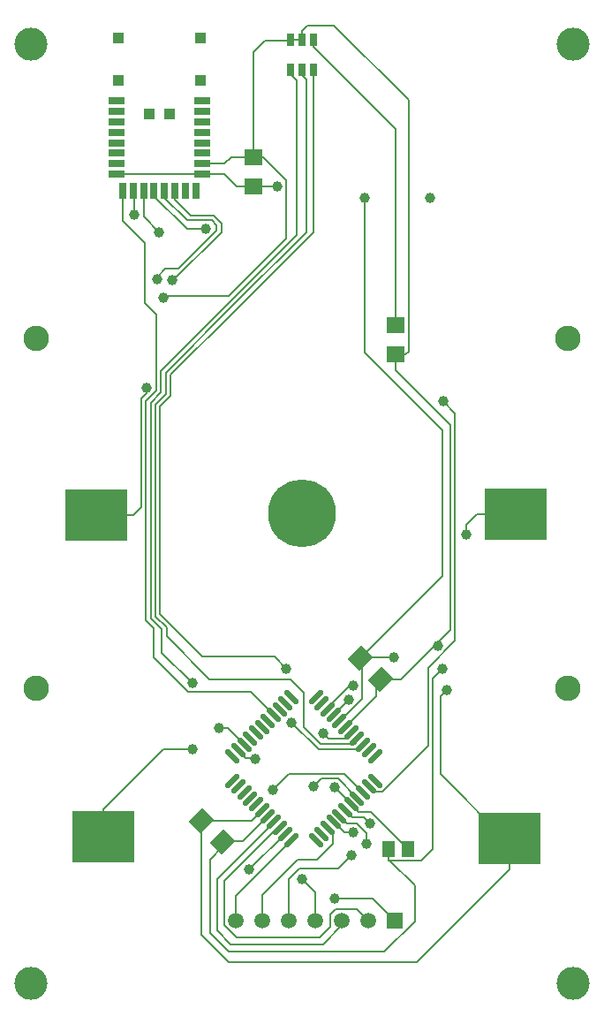
<source format=gtl>
%FSAX24Y24*%
%MOIN*%
G70*
G01*
G75*
G04 Layer_Physical_Order=1*
G04 Layer_Color=255*
G04:AMPARAMS|DCode=10|XSize=24mil|YSize=59.1mil|CornerRadius=0.6mil|HoleSize=0mil|Usage=FLASHONLY|Rotation=90.000|XOffset=0mil|YOffset=0mil|HoleType=Round|Shape=RoundedRectangle|*
%AMROUNDEDRECTD10*
21,1,0.0240,0.0579,0,0,90.0*
21,1,0.0228,0.0591,0,0,90.0*
1,1,0.0012,0.0289,0.0114*
1,1,0.0012,0.0289,-0.0114*
1,1,0.0012,-0.0289,-0.0114*
1,1,0.0012,-0.0289,0.0114*
%
%ADD10ROUNDEDRECTD10*%
G04:AMPARAMS|DCode=11|XSize=24mil|YSize=59.1mil|CornerRadius=0.6mil|HoleSize=0mil|Usage=FLASHONLY|Rotation=0.000|XOffset=0mil|YOffset=0mil|HoleType=Round|Shape=RoundedRectangle|*
%AMROUNDEDRECTD11*
21,1,0.0240,0.0579,0,0,0.0*
21,1,0.0228,0.0591,0,0,0.0*
1,1,0.0012,0.0114,-0.0289*
1,1,0.0012,-0.0114,-0.0289*
1,1,0.0012,-0.0114,0.0289*
1,1,0.0012,0.0114,0.0289*
%
%ADD11ROUNDEDRECTD11*%
%ADD12R,0.2362X0.1969*%
%ADD13R,0.0276X0.0512*%
G04:AMPARAMS|DCode=14|XSize=21.7mil|YSize=68.9mil|CornerRadius=0mil|HoleSize=0mil|Usage=FLASHONLY|Rotation=45.000|XOffset=0mil|YOffset=0mil|HoleType=Round|Shape=Round|*
%AMOVALD14*
21,1,0.0472,0.0217,0.0000,0.0000,135.0*
1,1,0.0217,0.0167,-0.0167*
1,1,0.0217,-0.0167,0.0167*
%
%ADD14OVALD14*%

G04:AMPARAMS|DCode=15|XSize=21.7mil|YSize=68.9mil|CornerRadius=0mil|HoleSize=0mil|Usage=FLASHONLY|Rotation=135.000|XOffset=0mil|YOffset=0mil|HoleType=Round|Shape=Round|*
%AMOVALD15*
21,1,0.0472,0.0217,0.0000,0.0000,225.0*
1,1,0.0217,0.0167,0.0167*
1,1,0.0217,-0.0167,-0.0167*
%
%ADD15OVALD15*%

G04:AMPARAMS|DCode=16|XSize=70.9mil|YSize=63mil|CornerRadius=0mil|HoleSize=0mil|Usage=FLASHONLY|Rotation=225.000|XOffset=0mil|YOffset=0mil|HoleType=Round|Shape=Rectangle|*
%AMROTATEDRECTD16*
4,1,4,0.0028,0.0473,0.0473,0.0028,-0.0028,-0.0473,-0.0473,-0.0028,0.0028,0.0473,0.0*
%
%ADD16ROTATEDRECTD16*%

%ADD17R,0.0709X0.0630*%
%ADD18R,0.0512X0.0591*%
%ADD19C,0.0079*%
%ADD20R,0.0394X0.0394*%
%ADD21C,0.0591*%
%ADD22R,0.0591X0.0591*%
%ADD23C,0.1250*%
%ADD24C,0.0961*%
%ADD25C,0.0394*%
%ADD26C,0.2559*%
D10*
X024781Y046959D02*
D03*
Y046565D02*
D03*
Y046171D02*
D03*
Y045778D02*
D03*
Y045384D02*
D03*
Y044990D02*
D03*
Y044596D02*
D03*
Y044203D02*
D03*
X028010D02*
D03*
Y044596D02*
D03*
Y044990D02*
D03*
Y045384D02*
D03*
Y045778D02*
D03*
Y046171D02*
D03*
Y046565D02*
D03*
Y046959D02*
D03*
D11*
X025022Y043573D02*
D03*
X025415D02*
D03*
X025809D02*
D03*
X026203D02*
D03*
X026596D02*
D03*
X026990D02*
D03*
X027384D02*
D03*
X027778D02*
D03*
D12*
X039606Y019134D02*
D03*
X039843Y031378D02*
D03*
X024291Y019213D02*
D03*
X024016Y031339D02*
D03*
D13*
X031348Y049282D02*
D03*
Y048120D02*
D03*
X031781Y049282D02*
D03*
Y048120D02*
D03*
X032215Y049282D02*
D03*
Y048120D02*
D03*
D14*
X029164Y022231D02*
D03*
X029387Y022454D02*
D03*
X029609Y022676D02*
D03*
X029832Y022899D02*
D03*
X030055Y023122D02*
D03*
X030278Y023345D02*
D03*
X030500Y023567D02*
D03*
X030723Y023790D02*
D03*
X030946Y024013D02*
D03*
X031168Y024235D02*
D03*
X031391Y024458D02*
D03*
X034537Y021312D02*
D03*
X034314Y021090D02*
D03*
X034091Y020867D02*
D03*
X033869Y020644D02*
D03*
X033646Y020421D02*
D03*
X033423Y020199D02*
D03*
X033201Y019976D02*
D03*
X032978Y019753D02*
D03*
X032755Y019531D02*
D03*
X032532Y019308D02*
D03*
X032310Y019085D02*
D03*
D15*
Y024458D02*
D03*
X032532Y024235D02*
D03*
X032755Y024013D02*
D03*
X032978Y023790D02*
D03*
X033201Y023567D02*
D03*
X033423Y023345D02*
D03*
X033646Y023122D02*
D03*
X033869Y022899D02*
D03*
X034091Y022676D02*
D03*
X034314Y022454D02*
D03*
X034537Y022231D02*
D03*
X031391Y019085D02*
D03*
X031168Y019308D02*
D03*
X030946Y019531D02*
D03*
X030723Y019753D02*
D03*
X030500Y019976D02*
D03*
X030278Y020199D02*
D03*
X030055Y020421D02*
D03*
X029832Y020644D02*
D03*
X029609Y020867D02*
D03*
X029387Y021090D02*
D03*
X029164Y021312D02*
D03*
D16*
X033975Y025921D02*
D03*
X034755Y025141D02*
D03*
X028000Y019795D02*
D03*
X028780Y019016D02*
D03*
D17*
X029961Y043740D02*
D03*
Y044843D02*
D03*
X035315Y038504D02*
D03*
Y037402D02*
D03*
D18*
X035787Y018750D02*
D03*
X035039D02*
D03*
D19*
X026634Y040630D02*
X027127D01*
X028563Y042066D01*
X028740Y041993D02*
Y042347D01*
X026935Y040188D02*
X028740Y041993D01*
X028449Y042638D02*
X028740Y042347D01*
X026878Y040188D02*
X026935D01*
X026320Y040316D02*
X026634Y040630D01*
X026320Y040250D02*
Y040316D01*
X033156Y018002D02*
X033651Y018498D01*
X031693Y018002D02*
X033156D01*
X031291Y017600D02*
X031693Y018002D01*
X031291Y016043D02*
Y017600D01*
X034020Y025965D02*
X037085Y029031D01*
X033975Y025921D02*
X034020Y025965D01*
X035237D01*
X034154Y037461D02*
Y043307D01*
Y037461D02*
X037085Y034529D01*
Y029031D02*
Y034529D01*
X037569Y026594D02*
Y035167D01*
X037392Y027013D02*
Y034729D01*
X035315Y036806D02*
X037392Y034729D01*
X037106Y035630D02*
X037569Y035167D01*
X035315Y036806D02*
Y037402D01*
X035520Y025141D02*
X037392Y027013D01*
X036538Y025562D02*
X037569Y026594D01*
X026821Y036624D02*
X029245Y039049D01*
X026821Y035826D02*
Y036624D01*
X026644Y036697D02*
X026673Y036727D01*
X026644Y035899D02*
Y036697D01*
X026467Y036771D02*
X026486Y036790D01*
X025846Y039334D02*
X026289Y038891D01*
Y036046D02*
Y038891D01*
X026427Y035432D02*
X026821Y035826D01*
X026250Y035506D02*
X026644Y035899D01*
X026073Y035579D02*
X026467Y035973D01*
Y036771D01*
X025896Y035652D02*
X026289Y036046D01*
X026486Y036811D02*
X031585Y041909D01*
X026486Y036790D02*
Y036811D01*
X026673Y036732D02*
X029167Y039226D01*
X026673Y036727D02*
Y036732D01*
X029311Y043740D02*
X029961D01*
X028848Y044203D02*
X029311Y043740D01*
X028010Y044203D02*
X028848D01*
X024781D02*
X028010D01*
X037010Y024490D02*
X037244Y024724D01*
X037010Y021553D02*
Y024490D01*
X030752Y026000D02*
X031201Y025551D01*
X028020Y026000D02*
X030752D01*
X031346Y025140D02*
X031850Y024636D01*
X028291Y025140D02*
X031346D01*
X026673Y026758D02*
X028291Y025140D01*
X033204Y023567D02*
X034045Y024409D01*
X036538Y022631D02*
Y025562D01*
X025719Y031644D02*
Y035726D01*
X025413Y031339D02*
X025719Y031644D01*
X025896Y027373D02*
Y035652D01*
X026073Y027446D02*
Y035579D01*
X026250Y027519D02*
Y035506D01*
X026427Y027593D02*
Y035432D01*
X025719Y035726D02*
X025915Y035923D01*
X025896Y027373D02*
X026191Y027077D01*
X026073Y027446D02*
X026486Y027033D01*
X026250Y027519D02*
X026673Y027096D01*
X026427Y027593D02*
X028020Y026000D01*
X025915Y035923D02*
Y036135D01*
X026191Y025966D02*
Y027077D01*
X026486Y026144D02*
Y027033D01*
X026673Y026758D02*
Y027096D01*
X026191Y025966D02*
X027501Y024655D01*
X026486Y026144D02*
X027640Y024990D01*
X032755Y024065D02*
X033602Y024911D01*
X032755Y024013D02*
Y024065D01*
X033602Y024911D02*
X033711D01*
X032978Y023790D02*
X033543Y024355D01*
Y024380D01*
X034045Y024409D02*
Y025851D01*
X033975Y025921D02*
X034045Y025851D01*
X033429Y023345D02*
X034590Y024506D01*
X033201Y023567D02*
X033204D01*
X032488Y022709D02*
X033776D01*
X031850Y023347D02*
X032488Y022709D01*
X033776D02*
X033869Y022802D01*
X031850Y023347D02*
Y024636D01*
X032404Y022486D02*
X033901D01*
X031390Y023500D02*
X032404Y022486D01*
X033901D02*
X034091Y022676D01*
X033460Y022890D02*
X033646Y023076D01*
X032780Y022890D02*
X033460D01*
X029387Y022454D02*
X029655Y022185D01*
X029985D01*
X030020Y022150D01*
X028989Y023297D02*
X029609Y022676D01*
X028661Y023297D02*
X028989D01*
X032978Y023790D02*
X033342Y024154D01*
X033423Y023345D02*
X033429D01*
X027501Y024655D02*
X029858D01*
X030723Y023790D01*
X031279Y021569D02*
X033389D01*
X034091Y020867D01*
X030680Y020970D02*
X031279Y021569D01*
X033149Y021392D02*
X033869Y020672D01*
X032512Y021392D02*
X033149D01*
X032230Y021110D02*
X032512Y021392D01*
X033869Y020644D02*
Y020672D01*
X033482Y019695D02*
X033869D01*
X033371Y019360D02*
X033730D01*
X032978Y019753D02*
X033371Y019360D01*
X033201Y019976D02*
X033482Y019695D01*
X031781Y047933D02*
X031949Y047766D01*
Y042008D02*
Y047766D01*
X031781Y047933D02*
Y048120D01*
X031348D02*
X031348Y048120D01*
Y047965D02*
Y048120D01*
Y047965D02*
X031585Y047728D01*
X029167Y039226D02*
X031949Y042008D01*
X031585Y041909D02*
Y047728D01*
X029021Y039596D02*
X031201Y041776D01*
X030317Y044843D02*
X031201Y043959D01*
X029961Y043740D02*
X030856D01*
X030866Y043730D01*
X031201Y041776D02*
Y043959D01*
X025809Y042606D02*
Y043573D01*
Y042606D02*
X026398Y042018D01*
X027579Y042638D02*
X028449D01*
X026990Y043226D02*
X027579Y042638D01*
X026990Y043226D02*
Y043573D01*
X026596Y043310D02*
X027446Y042461D01*
X026596Y043310D02*
Y043573D01*
X027446Y042461D02*
X028376D01*
X026203Y043360D02*
X027437Y042126D01*
X026203Y043360D02*
Y043573D01*
X027437Y042126D02*
X028150D01*
X026623Y039596D02*
X029021D01*
X026565Y039539D02*
X026623Y039596D01*
X028563Y042066D02*
Y042274D01*
X028376Y042461D02*
X028563Y042274D01*
X025415Y043573D02*
X025443Y043545D01*
Y042657D02*
Y043545D01*
X029167Y039226D02*
Y039226D01*
X029245Y039049D02*
X032215Y042018D01*
X029245Y039049D02*
Y039049D01*
X032215Y042018D02*
Y048120D01*
X024016Y031339D02*
X025413D01*
X025910Y036140D02*
X025915Y036135D01*
X031781Y049282D02*
Y049600D01*
X031992Y049810D01*
X033000D01*
X035810Y047000D01*
Y037512D02*
Y047000D01*
X029961Y044843D02*
Y048801D01*
X030400Y049240D01*
X031348D02*
Y049282D01*
X029961Y044843D02*
X030317D01*
X028010Y044596D02*
X028860D01*
X029106Y044843D02*
X029961D01*
X025846Y039334D02*
Y041614D01*
X025022Y042439D02*
X025846Y041614D01*
X025022Y042439D02*
Y043573D01*
X024291Y019213D02*
Y020226D01*
X026567Y022502D02*
X027652D01*
X024291Y020226D02*
X026567Y022502D01*
X039429Y019134D02*
X039606D01*
X037010Y021553D02*
X039429Y019134D01*
X035315Y038504D02*
Y045887D01*
X036290Y018310D02*
X036715Y018735D01*
X034806Y020899D02*
X036538Y022631D01*
X034505Y020899D02*
X034806D01*
X034314Y021090D02*
X034505Y020899D01*
X024772Y044193D02*
X024781Y044203D01*
X034590Y025141D02*
X034755D01*
X033646Y023076D02*
Y023122D01*
X032580Y023090D02*
X032780Y022890D01*
X033869Y022802D02*
Y022899D01*
X032215Y048987D02*
Y049282D01*
Y048987D02*
X035315Y045887D01*
X038400Y031378D02*
X039843D01*
X037980Y030958D02*
X038400Y031378D01*
X037980Y030600D02*
Y030958D01*
X035039Y018310D02*
Y018370D01*
X034755Y025141D02*
X035520D01*
X039606Y017953D02*
Y019134D01*
X029874Y019795D02*
X030278Y020199D01*
X028000Y019795D02*
X029874D01*
X033010Y021057D02*
X033646Y020421D01*
X035315Y037402D02*
X035700D01*
X035810Y037512D01*
X028780Y019016D02*
Y019030D01*
X030723Y019753D02*
X030820D01*
X028780Y018820D02*
Y019016D01*
X035039Y018370D02*
Y018750D01*
X031348Y049282D02*
X031781D01*
X028860Y044596D02*
X029106Y044843D01*
X036715Y018735D02*
Y025169D01*
X037096Y025551D01*
X033869Y019695D02*
X034222Y019341D01*
Y018948D02*
Y019341D01*
X033423Y020199D02*
X033673Y019949D01*
X034115D01*
X034347Y019717D01*
X033920Y020148D02*
X034390D01*
X035787Y018750D01*
X033646Y020421D02*
X033920Y020148D01*
X028000Y015504D02*
Y019795D01*
X028311Y018352D02*
X028780Y018820D01*
X031391Y019077D02*
Y019085D01*
X029291Y016978D02*
X031391Y019077D01*
X029291Y016043D02*
Y016978D01*
X030499Y019976D02*
X030500D01*
X029553Y019030D02*
X030499Y019976D01*
X030723Y019729D02*
Y019753D01*
X033291Y015857D02*
Y016043D01*
X030654Y019340D02*
X030658D01*
X030848Y019531D01*
X030946D01*
X036122Y014468D02*
X039606Y017953D01*
X028000Y015504D02*
X029035Y014468D01*
X036122D01*
X036041Y016008D02*
Y017368D01*
X034896Y014862D02*
X036041Y016008D01*
X035099Y018310D02*
X036041Y017368D01*
X035039Y018370D02*
X035099Y018310D01*
X035039D02*
X035099D01*
X036290D01*
X028780Y019030D02*
X029553D01*
X030400Y049240D02*
X031348D01*
X034590Y024506D02*
Y025141D01*
X033858Y016476D02*
X034291Y016043D01*
X031791Y017588D02*
X032291Y017088D01*
Y016043D02*
Y017088D01*
X034457Y016878D02*
X035291Y016043D01*
X033011Y016878D02*
X034457D01*
X031142Y019308D02*
X031168D01*
X029801Y017968D02*
X031142Y019308D01*
X032755Y019531D02*
X032946Y019340D01*
Y018934D02*
Y019340D01*
X028311Y015558D02*
Y018352D01*
Y015558D02*
X029007Y014862D01*
X034896D01*
X028858Y015864D02*
Y017545D01*
X030654Y019340D01*
X028591Y015658D02*
Y017598D01*
X030723Y019729D01*
X028591Y015658D02*
X029101Y015148D01*
X032582D01*
X033291Y015857D01*
X028858Y015864D02*
X029305Y015418D01*
X032441D01*
X032841Y015818D01*
Y016258D01*
X033060Y016476D01*
X033858D01*
X030291Y016043D02*
Y016998D01*
X031621Y018328D01*
X032339D01*
X032946Y018934D01*
D20*
X027941Y047746D02*
D03*
X027939Y049321D02*
D03*
X024860D02*
D03*
X026006Y046470D02*
D03*
X024860Y047746D02*
D03*
X026793Y046461D02*
D03*
D21*
X029291Y016043D02*
D03*
X030291D02*
D03*
X031291D02*
D03*
X032291D02*
D03*
X034291D02*
D03*
X033291D02*
D03*
D22*
X035291D02*
D03*
D23*
X021555Y013681D02*
D03*
X042028D02*
D03*
Y049114D02*
D03*
X021555D02*
D03*
D24*
X041831Y037992D02*
D03*
Y024803D02*
D03*
X021752Y037992D02*
D03*
Y024803D02*
D03*
D25*
X035237Y025965D02*
D03*
X031201Y025551D02*
D03*
X033711Y024911D02*
D03*
X033543Y024380D02*
D03*
X027652Y022502D02*
D03*
X030020Y022150D02*
D03*
X028661Y023297D02*
D03*
X036919Y026417D02*
D03*
X037096Y025551D02*
D03*
X037244Y024724D02*
D03*
X027640Y024990D02*
D03*
X032230Y021110D02*
D03*
X034222Y018948D02*
D03*
X030866Y043730D02*
D03*
X026398Y042018D02*
D03*
X026565Y039539D02*
D03*
X026878Y040188D02*
D03*
X025443Y042657D02*
D03*
X025910Y036140D02*
D03*
X034154Y043307D02*
D03*
X036614D02*
D03*
X026320Y040250D02*
D03*
X037106Y035630D02*
D03*
X028150Y042126D02*
D03*
X032580Y023090D02*
D03*
X031390Y023500D02*
D03*
X037980Y030600D02*
D03*
X033010Y021057D02*
D03*
X030680Y020970D02*
D03*
X033730Y019360D02*
D03*
X034347Y019717D02*
D03*
X033651Y018498D02*
D03*
X031791Y017588D02*
D03*
X033011Y016878D02*
D03*
X029801Y017968D02*
D03*
D26*
X031791Y031398D02*
D03*
M02*

</source>
